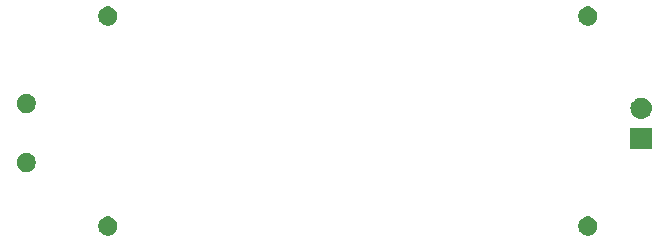
<source format=gbr>
G04 #@! TF.GenerationSoftware,KiCad,Pcbnew,(5.1.2)-2*
G04 #@! TF.CreationDate,2019-10-21T22:22:42-05:00*
G04 #@! TF.ProjectId,PowerBreakout,506f7765-7242-4726-9561-6b6f75742e6b,rev?*
G04 #@! TF.SameCoordinates,Original*
G04 #@! TF.FileFunction,Soldermask,Top*
G04 #@! TF.FilePolarity,Negative*
%FSLAX46Y46*%
G04 Gerber Fmt 4.6, Leading zero omitted, Abs format (unit mm)*
G04 Created by KiCad (PCBNEW (5.1.2)-2) date 2019-10-21 22:22:42*
%MOMM*%
%LPD*%
G04 APERTURE LIST*
%ADD10C,0.100000*%
G04 APERTURE END LIST*
D10*
G36*
X166921143Y-79288243D02*
G01*
X167069102Y-79349530D01*
X167202256Y-79438500D01*
X167315502Y-79551746D01*
X167404472Y-79684900D01*
X167465759Y-79832859D01*
X167497001Y-79989926D01*
X167497001Y-80150076D01*
X167465759Y-80307143D01*
X167404472Y-80455102D01*
X167315502Y-80588256D01*
X167202256Y-80701502D01*
X167069102Y-80790472D01*
X166921143Y-80851759D01*
X166764076Y-80883001D01*
X166603926Y-80883001D01*
X166446859Y-80851759D01*
X166298900Y-80790472D01*
X166165746Y-80701502D01*
X166052500Y-80588256D01*
X165963530Y-80455102D01*
X165902243Y-80307143D01*
X165871001Y-80150076D01*
X165871001Y-79989926D01*
X165902243Y-79832859D01*
X165963530Y-79684900D01*
X166052500Y-79551746D01*
X166165746Y-79438500D01*
X166298900Y-79349530D01*
X166446859Y-79288243D01*
X166603926Y-79257001D01*
X166764076Y-79257001D01*
X166921143Y-79288243D01*
X166921143Y-79288243D01*
G37*
G36*
X126281143Y-79288243D02*
G01*
X126429102Y-79349530D01*
X126562256Y-79438500D01*
X126675502Y-79551746D01*
X126764472Y-79684900D01*
X126825759Y-79832859D01*
X126857001Y-79989926D01*
X126857001Y-80150076D01*
X126825759Y-80307143D01*
X126764472Y-80455102D01*
X126675502Y-80588256D01*
X126562256Y-80701502D01*
X126429102Y-80790472D01*
X126281143Y-80851759D01*
X126124076Y-80883001D01*
X125963926Y-80883001D01*
X125806859Y-80851759D01*
X125658900Y-80790472D01*
X125525746Y-80701502D01*
X125412500Y-80588256D01*
X125323530Y-80455102D01*
X125262243Y-80307143D01*
X125231001Y-80150076D01*
X125231001Y-79989926D01*
X125262243Y-79832859D01*
X125323530Y-79684900D01*
X125412500Y-79551746D01*
X125525746Y-79438500D01*
X125658900Y-79349530D01*
X125806859Y-79288243D01*
X125963926Y-79257001D01*
X126124076Y-79257001D01*
X126281143Y-79288243D01*
X126281143Y-79288243D01*
G37*
G36*
X119363142Y-73894242D02*
G01*
X119511101Y-73955529D01*
X119644255Y-74044499D01*
X119757501Y-74157745D01*
X119846471Y-74290899D01*
X119907758Y-74438858D01*
X119939000Y-74595925D01*
X119939000Y-74756075D01*
X119907758Y-74913142D01*
X119846471Y-75061101D01*
X119757501Y-75194255D01*
X119644255Y-75307501D01*
X119511101Y-75396471D01*
X119363142Y-75457758D01*
X119206075Y-75489000D01*
X119045925Y-75489000D01*
X118888858Y-75457758D01*
X118740899Y-75396471D01*
X118607745Y-75307501D01*
X118494499Y-75194255D01*
X118405529Y-75061101D01*
X118344242Y-74913142D01*
X118313000Y-74756075D01*
X118313000Y-74595925D01*
X118344242Y-74438858D01*
X118405529Y-74290899D01*
X118494499Y-74157745D01*
X118607745Y-74044499D01*
X118740899Y-73955529D01*
X118888858Y-73894242D01*
X119045925Y-73863000D01*
X119206075Y-73863000D01*
X119363142Y-73894242D01*
X119363142Y-73894242D01*
G37*
G36*
X172097000Y-73545000D02*
G01*
X170295000Y-73545000D01*
X170295000Y-71743000D01*
X172097000Y-71743000D01*
X172097000Y-73545000D01*
X172097000Y-73545000D01*
G37*
G36*
X171306443Y-69209519D02*
G01*
X171372627Y-69216037D01*
X171542466Y-69267557D01*
X171542468Y-69267558D01*
X171586137Y-69290900D01*
X171698991Y-69351222D01*
X171734729Y-69380552D01*
X171836186Y-69463814D01*
X171919448Y-69565271D01*
X171948778Y-69601009D01*
X172032443Y-69757534D01*
X172083963Y-69927373D01*
X172101359Y-70104000D01*
X172083963Y-70280627D01*
X172032443Y-70450466D01*
X171948778Y-70606991D01*
X171919448Y-70642729D01*
X171836186Y-70744186D01*
X171734729Y-70827448D01*
X171698991Y-70856778D01*
X171542466Y-70940443D01*
X171372627Y-70991963D01*
X171306443Y-70998481D01*
X171240260Y-71005000D01*
X171151740Y-71005000D01*
X171085557Y-70998481D01*
X171019373Y-70991963D01*
X170849534Y-70940443D01*
X170693009Y-70856778D01*
X170657271Y-70827448D01*
X170555814Y-70744186D01*
X170472552Y-70642729D01*
X170443222Y-70606991D01*
X170359557Y-70450466D01*
X170308037Y-70280627D01*
X170290641Y-70104000D01*
X170308037Y-69927373D01*
X170359557Y-69757534D01*
X170443222Y-69601009D01*
X170472552Y-69565271D01*
X170555814Y-69463814D01*
X170657271Y-69380552D01*
X170693009Y-69351222D01*
X170805863Y-69290900D01*
X170849532Y-69267558D01*
X170849534Y-69267557D01*
X171019373Y-69216037D01*
X171085557Y-69209519D01*
X171151740Y-69203000D01*
X171240260Y-69203000D01*
X171306443Y-69209519D01*
X171306443Y-69209519D01*
G37*
G36*
X119363142Y-68894242D02*
G01*
X119511101Y-68955529D01*
X119644255Y-69044499D01*
X119757501Y-69157745D01*
X119846471Y-69290899D01*
X119907758Y-69438858D01*
X119939000Y-69595925D01*
X119939000Y-69756075D01*
X119907758Y-69913142D01*
X119846471Y-70061101D01*
X119757501Y-70194255D01*
X119644255Y-70307501D01*
X119511101Y-70396471D01*
X119363142Y-70457758D01*
X119206075Y-70489000D01*
X119045925Y-70489000D01*
X118888858Y-70457758D01*
X118740899Y-70396471D01*
X118607745Y-70307501D01*
X118494499Y-70194255D01*
X118405529Y-70061101D01*
X118344242Y-69913142D01*
X118313000Y-69756075D01*
X118313000Y-69595925D01*
X118344242Y-69438858D01*
X118405529Y-69290899D01*
X118494499Y-69157745D01*
X118607745Y-69044499D01*
X118740899Y-68955529D01*
X118888858Y-68894242D01*
X119045925Y-68863000D01*
X119206075Y-68863000D01*
X119363142Y-68894242D01*
X119363142Y-68894242D01*
G37*
G36*
X166921143Y-61508243D02*
G01*
X167069102Y-61569530D01*
X167202256Y-61658500D01*
X167315502Y-61771746D01*
X167404472Y-61904900D01*
X167465759Y-62052859D01*
X167497001Y-62209926D01*
X167497001Y-62370076D01*
X167465759Y-62527143D01*
X167404472Y-62675102D01*
X167315502Y-62808256D01*
X167202256Y-62921502D01*
X167069102Y-63010472D01*
X166921143Y-63071759D01*
X166764076Y-63103001D01*
X166603926Y-63103001D01*
X166446859Y-63071759D01*
X166298900Y-63010472D01*
X166165746Y-62921502D01*
X166052500Y-62808256D01*
X165963530Y-62675102D01*
X165902243Y-62527143D01*
X165871001Y-62370076D01*
X165871001Y-62209926D01*
X165902243Y-62052859D01*
X165963530Y-61904900D01*
X166052500Y-61771746D01*
X166165746Y-61658500D01*
X166298900Y-61569530D01*
X166446859Y-61508243D01*
X166603926Y-61477001D01*
X166764076Y-61477001D01*
X166921143Y-61508243D01*
X166921143Y-61508243D01*
G37*
G36*
X126281143Y-61508243D02*
G01*
X126429102Y-61569530D01*
X126562256Y-61658500D01*
X126675502Y-61771746D01*
X126764472Y-61904900D01*
X126825759Y-62052859D01*
X126857001Y-62209926D01*
X126857001Y-62370076D01*
X126825759Y-62527143D01*
X126764472Y-62675102D01*
X126675502Y-62808256D01*
X126562256Y-62921502D01*
X126429102Y-63010472D01*
X126281143Y-63071759D01*
X126124076Y-63103001D01*
X125963926Y-63103001D01*
X125806859Y-63071759D01*
X125658900Y-63010472D01*
X125525746Y-62921502D01*
X125412500Y-62808256D01*
X125323530Y-62675102D01*
X125262243Y-62527143D01*
X125231001Y-62370076D01*
X125231001Y-62209926D01*
X125262243Y-62052859D01*
X125323530Y-61904900D01*
X125412500Y-61771746D01*
X125525746Y-61658500D01*
X125658900Y-61569530D01*
X125806859Y-61508243D01*
X125963926Y-61477001D01*
X126124076Y-61477001D01*
X126281143Y-61508243D01*
X126281143Y-61508243D01*
G37*
M02*

</source>
